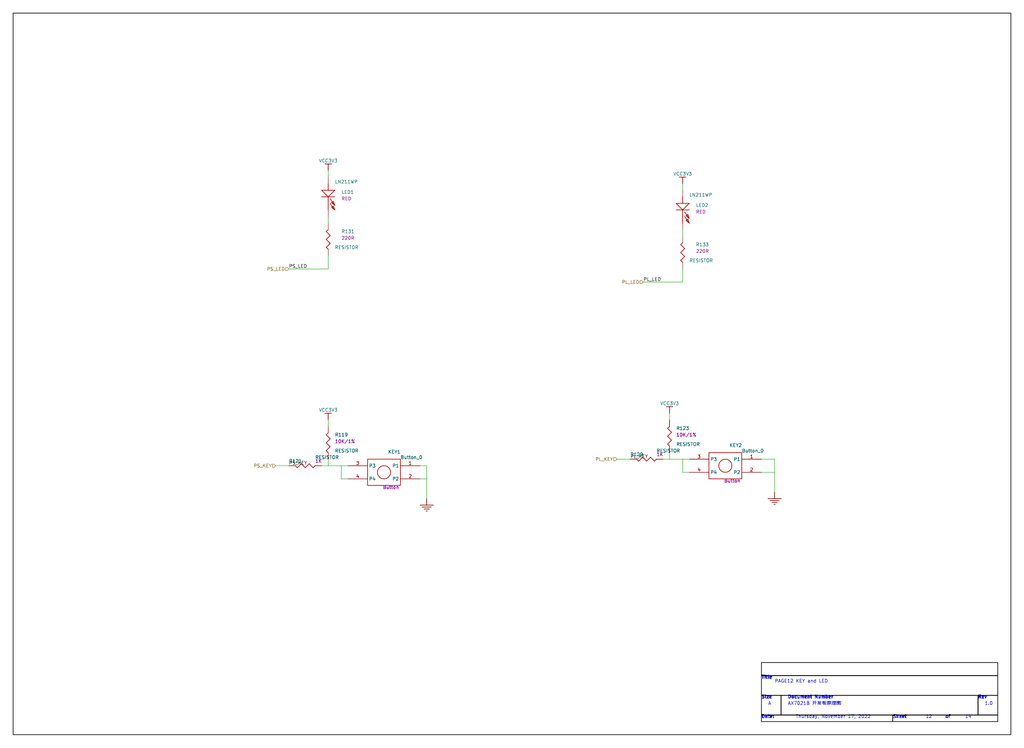
<source format=kicad_sch>
(kicad_sch (version 20231120) (generator "eeschema") (generator_version "8.0")
  (paper "User" 396.24 289.56)
  (title_block (title "PAGE12 KEY and LED"))
  (lib_symbols
    (symbol "getting sheets-altium-import:GND_POWER_GROUND" (power)
      (property "Reference" "#PWR" (at 0 0 0))
      (property "Value" "GND" (at 0 6.35 0))
      (symbol "GND_POWER_GROUND_0_0"
        (polyline (pts (xy -2.54 -2.54) (xy 2.54 -2.54)) (stroke (width 0.254)))
        (polyline (pts (xy -1.778 -3.302) (xy 1.778 -3.302)) (stroke (width 0.254)))
        (polyline (pts (xy -1.016 -4.064) (xy 1.016 -4.064)) (stroke (width 0.254)))
        (polyline (pts (xy -0.254 -4.826) (xy 0.254 -4.826)) (stroke (width 0.254)))
        (polyline (pts (xy 0 0) (xy 0 -2.54)) (stroke (width 0.254)))
        (pin power_in line (at 0 0 0) (length 0) hide (name "GND") (number ""))
      )
    )
    (symbol "getting sheets-altium-import:VCC3V3_BAR" (power)
      (property "Reference" "#PWR" (at 0 0 0))
      (property "Value" "VCC3V3" (at 0 3.81 0))
      (symbol "VCC3V3_BAR_0_0"
        (polyline (pts (xy -1.27 -2.54) (xy 1.27 -2.54)) (stroke (width 0.254)))
        (polyline (pts (xy 0 0) (xy 0 -2.54)) (stroke (width 0.254)))
        (pin power_in line (at 0 0 0) (length 0) hide (name "VCC3V3") (number ""))
      )
    )
    (symbol "getting sheets-altium-import:root_0_mirrored_Button_0"
      (symbol "root_0_mirrored_Button_0_1_0"
        (rectangle (start -12.7 0) (end 0 -10.16) (stroke (width 0.254) (color 160 0 0 1)))
        (circle (center -6.35 -5.08) (radius 2.54) (stroke (width 0.254) (color 160 0 0 1)))
        (pin passive line (at 7.62 -2.54 180) (length 7.62) (name "P1") (number "1"))
        (pin passive line (at 7.62 -7.62 180) (length 7.62) (name "P2") (number "2"))
        (pin passive line (at -20.32 -2.54 0) (length 7.62) (name "P3") (number "3"))
        (pin passive line (at -20.32 -7.62 0) (length 7.62) (name "P4") (number "4"))
      )
    )
    (symbol "getting sheets-altium-import:root_2_RESISTOR"
      (symbol "root_2_RESISTOR_1_0"
        (polyline (pts (xy -3.302 0.762) (xy -1.778 2.286)) (stroke (width 0.254) (color 160 0 0 1)))
        (polyline (pts (xy -3.302 3.81) (xy -1.778 5.334)) (stroke (width 0.254) (color 160 0 0 1)))
        (polyline (pts (xy -3.302 6.858) (xy -2.54 7.62)) (stroke (width 0.254) (color 160 0 0 1)))
        (polyline (pts (xy -2.54 0) (xy -3.302 0.762)) (stroke (width 0.254) (color 160 0 0 1)))
        (polyline (pts (xy -1.778 2.286) (xy -3.302 3.81)) (stroke (width 0.254) (color 160 0 0 1)))
        (polyline (pts (xy -1.778 5.334) (xy -3.302 6.858)) (stroke (width 0.254) (color 160 0 0 1)))
        (pin passive line (at -2.54 -2.54 90) (length 2.54) (name "1") (number "1"))
        (pin passive line (at -2.54 10.16 270) (length 2.54) (name "2") (number "2"))
      )
    )
    (symbol "getting sheets-altium-import:root_3_LN211WP"
      (symbol "root_3_LN211WP_1_0"
        (polyline (pts (xy -2.54 -5.08) (xy -2.54 -10.16)) (stroke (width 0.254) (color 160 0 0 1)))
        (polyline (pts (xy -2.54 0) (xy -2.54 -2.54)) (stroke (width 0.254) (color 160 0 0 1)))
        (polyline (pts (xy -0.254 -9.906) (xy -1.778 -7.62)) (stroke (width 0.254) (color 160 0 0 1)))
        (polyline (pts (xy -0.254 -8.128) (xy -1.778 -5.842)) (stroke (width 0.254) (color 160 0 0 1)))
        (polyline (pts (xy 0 -5.08) (xy -5.08 -5.08)) (stroke (width 0.254) (color 160 0 0 1)))
        (polyline (pts (xy 0 -10.16) (xy -1.27 -9.144) (xy -1.27 -9.144) (xy -1.27 -9.144) (xy -1.27 -9.144) (xy -0.508 -8.636) (xy -0.508 -8.636) (xy -0.508 -8.636) (xy -0.508 -8.636) (xy 0 -10.16)) (stroke (width 0.254) (color 160 0 0 1)))
        (polyline (pts (xy 0 -8.382) (xy -1.27 -7.366) (xy -1.27 -7.366) (xy -1.27 -7.366) (xy -1.27 -7.366) (xy -0.508 -6.858) (xy -0.508 -6.858) (xy -0.508 -6.858) (xy -0.508 -6.858) (xy 0 -8.382)) (stroke (width 0.254) (color 160 0 0 1)))
        (polyline (pts (xy 0 -2.54) (xy -5.08 -2.54) (xy -5.08 -2.54) (xy -5.08 -2.54) (xy -5.08 -2.54) (xy -2.54 -5.08) (xy -2.54 -5.08) (xy -2.54 -5.08) (xy -2.54 -5.08) (xy 0 -2.54)) (stroke (width 0.254) (color 160 0 0 1)))
        (pin passive line (at -2.54 2.54 270) (length 2.54) (name "ANODE") (number "1"))
        (pin passive line (at -2.54 -12.7 90) (length 2.54) (name "CATHODE") (number "2"))
      )
    )
    (symbol "getting sheets-altium-import:root_3_RESISTOR"
      (symbol "root_3_RESISTOR_1_0"
        (polyline (pts (xy -6.858 -3.302) (xy -7.62 -2.54)) (stroke (width 0.254) (color 160 0 0 1)))
        (polyline (pts (xy -5.334 -1.778) (xy -6.858 -3.302)) (stroke (width 0.254) (color 160 0 0 1)))
        (polyline (pts (xy -3.81 -3.302) (xy -5.334 -1.778)) (stroke (width 0.254) (color 160 0 0 1)))
        (polyline (pts (xy -2.286 -1.778) (xy -3.81 -3.302)) (stroke (width 0.254) (color 160 0 0 1)))
        (polyline (pts (xy -0.762 -3.302) (xy -2.286 -1.778)) (stroke (width 0.254) (color 160 0 0 1)))
        (polyline (pts (xy 0 -2.54) (xy -0.762 -3.302)) (stroke (width 0.254) (color 160 0 0 1)))
        (pin passive line (at 2.54 -2.54 180) (length 2.54) (name "1") (number "1"))
        (pin passive line (at -10.16 -2.54 0) (length 2.54) (name "2") (number "2"))
      )
    )
  )
  (wire (pts (xy 127 104.14) (xy 127 99.06)))
  (wire (pts (xy 264.16 91.44) (xy 264.16 88.9)))
  (wire (pts (xy 259.08 177.8) (xy 264.16 177.8)))
  (wire (pts (xy 132.08 180.34) (xy 134.62 180.34)))
  (wire (pts (xy 162.56 180.34) (xy 165.1 180.34)))
  (wire (pts (xy 127 165.1) (xy 127 162.56)))
  (wire (pts (xy 127 180.34) (xy 132.08 180.34)))
  (wire (pts (xy 299.72 182.88) (xy 294.64 182.88)))
  (wire (pts (xy 132.08 185.42) (xy 134.62 185.42)))
  (wire (pts (xy 264.16 73.66) (xy 264.16 71.12)))
  (wire (pts (xy 259.08 175.26) (xy 259.08 177.8)))
  (wire (pts (xy 248.92 109.22) (xy 264.16 109.22)))
  (wire (pts (xy 127 177.8) (xy 127 180.34)))
  (wire (pts (xy 243.84 177.8) (xy 238.76 177.8)))
  (wire (pts (xy 132.08 180.34) (xy 132.08 185.42)))
  (wire (pts (xy 299.72 177.8) (xy 299.72 182.88)))
  (wire (pts (xy 165.1 180.34) (xy 165.1 185.42)))
  (wire (pts (xy 127 86.36) (xy 127 83.82)))
  (wire (pts (xy 264.16 177.8) (xy 266.7 177.8)))
  (wire (pts (xy 259.08 162.56) (xy 259.08 160.02)))
  (wire (pts (xy 165.1 193.04) (xy 165.1 185.42)))
  (wire (pts (xy 264.16 177.8) (xy 264.16 182.88)))
  (wire (pts (xy 111.76 180.34) (xy 106.68 180.34)))
  (wire (pts (xy 299.72 182.88) (xy 299.72 190.5)))
  (wire (pts (xy 294.64 177.8) (xy 299.72 177.8)))
  (wire (pts (xy 264.16 109.22) (xy 264.16 104.14)))
  (wire (pts (xy 127 68.58) (xy 127 66.04)))
  (wire (pts (xy 111.76 104.14) (xy 127 104.14)))
  (wire (pts (xy 259.08 177.8) (xy 256.54 177.8)))
  (wire (pts (xy 264.16 182.88) (xy 266.7 182.88)))
  (wire (pts (xy 127 180.34) (xy 124.46 180.34)))
  (wire (pts (xy 165.1 185.42) (xy 162.56 185.42)))
  (rectangle (start 386.08 261.62) (end 294.64 269.24) (stroke (width 0.254) (color 0 0 0 1)))
  (rectangle (start 378.46 269.24) (end 302.26 276.86) (stroke (width 0.254) (color 0 0 0 1)))
  (rectangle (start 386.08 276.86) (end 345.44 279.4) (stroke (width 0.254) (color 0 0 0 1)))
  (rectangle (start 391.16 5.08) (end 5.08 284.48) (stroke (width 0.254) (color 0 0 0 1)))
  (rectangle (start 386.08 269.24) (end 378.46 276.86) (stroke (width 0.254) (color 0 0 0 1)))
  (rectangle (start 302.26 269.24) (end 294.64 276.86) (stroke (width 0.254) (color 0 0 0 1)))
  (rectangle (start 386.08 256.54) (end 294.64 261.62) (stroke (width 0.254) (color 0 0 0 1)))
  (rectangle (start 345.44 276.86) (end 294.64 279.4) (stroke (width 0.254) (color 0 0 0 1)))
  (text "Date:" (at 294.64 276.86 0) (effects (font (size 1.27 1.27)) (justify left top)))
  (text "Rev" (at 378.46 269.24 0) (effects (font (size 1.27 1.27)) (justify left top)))
  (text "of" (at 365.76 276.86 0) (effects (font (size 1.27 1.27)) (justify left top)))
  (text "Thursday, November 17, 2022" (at 307.848 276.86 0) (effects (font (size 1.27 1.27)) (justify left top)))
  (text "Sheet" (at 345.44 276.86 0) (effects (font (size 1.27 1.27)) (justify left top)))
  (text "of" (at 365.76 276.86 0) (effects (font (size 1.27 1.27)) (justify left top)))
  (text "Size" (at 294.64 269.24 0) (effects (font (size 1.27 1.27)) (justify left top)))
  (text "Rev" (at 378.46 269.24 0) (effects (font (size 1.27 1.27)) (justify left top)))
  (text "Sheet" (at 345.44 276.86 0) (effects (font (size 1.27 1.27)) (justify left top)))
  (text "Sheet" (at 345.44 276.86 0) (effects (font (size 1.27 1.27)) (justify left top)))
  (text "of" (at 365.76 276.86 0) (effects (font (size 1.27 1.27)) (justify left top)))
  (text "Title" (at 294.64 261.62 0) (effects (font (size 1.27 1.27)) (justify left top)))
  (text "Document Number" (at 304.8 269.24 0) (effects (font (size 1.27 1.27)) (justify left top)))
  (text "Document Number" (at 304.8 269.24 0) (effects (font (size 1.27 1.27)) (justify left top)))
  (text "of" (at 365.76 276.86 0) (effects (font (size 1.27 1.27)) (justify left top)))
  (text "Rev" (at 378.46 269.24 0) (effects (font (size 1.27 1.27)) (justify left top)))
  (text "Size" (at 294.64 269.24 0) (effects (font (size 1.27 1.27)) (justify left top)))
  (text "Document Number" (at 304.8 269.24 0) (effects (font (size 1.27 1.27)) (justify left top)))
  (text "Date:" (at 294.64 276.86 0) (effects (font (size 1.27 1.27)) (justify left top)))
  (text "Title" (at 294.64 261.62 0) (effects (font (size 1.27 1.27)) (justify left top)))
  (text "Document Number" (at 304.8 269.24 0) (effects (font (size 1.27 1.27)) (justify left top)))
  (text "Sheet" (at 345.44 276.86 0) (effects (font (size 1.27 1.27)) (justify left top)))
  (text "Title" (at 294.64 261.62 0) (effects (font (size 1.27 1.27)) (justify left top)))
  (text "Document Number" (at 304.8 269.24 0) (effects (font (size 1.27 1.27)) (justify left top)))
  (text "of" (at 365.76 276.86 0) (effects (font (size 1.27 1.27)) (justify left top)))
  (text "Document Number" (at 304.8 269.24 0) (effects (font (size 1.27 1.27)) (justify left top)))
  (text "Document Number" (at 304.8 269.24 0) (effects (font (size 1.27 1.27)) (justify left top)))
  (text "Document Number" (at 304.8 269.24 0) (effects (font (size 1.27 1.27)) (justify left top)))
  (text "Title" (at 294.64 261.62 0) (effects (font (size 1.27 1.27)) (justify left top)))
  (text "Rev" (at 378.46 269.24 0) (effects (font (size 1.27 1.27)) (justify left top)))
  (text "AX7021B 开发板原理图" (at 304.8 271.78 0) (effects (font (size 1.27 1.27)) (justify left top)))
  (text "Rev" (at 378.46 269.24 0) (effects (font (size 1.27 1.27)) (justify left top)))
  (text "Rev" (at 378.46 269.24 0) (effects (font (size 1.27 1.27)) (justify left top)))
  (text "Date:" (at 294.64 276.86 0) (effects (font (size 1.27 1.27)) (justify left top)))
  (text "Date:" (at 294.64 276.86 0) (effects (font (size 1.27 1.27)) (justify left top)))
  (text "Date:" (at 294.64 276.86 0) (effects (font (size 1.27 1.27)) (justify left top)))
  (text "Rev" (at 378.46 269.24 0) (effects (font (size 1.27 1.27)) (justify left top)))
  (text "Sheet" (at 345.44 276.86 0) (effects (font (size 1.27 1.27)) (justify left top)))
  (text "Title" (at 294.64 261.62 0) (effects (font (size 1.27 1.27)) (justify left top)))
  (text "Rev" (at 378.46 269.24 0) (effects (font (size 1.27 1.27)) (justify left top)))
  (text "Size" (at 294.64 269.24 0) (effects (font (size 1.27 1.27)) (justify left top)))
  (text "Sheet" (at 345.44 276.86 0) (effects (font (size 1.27 1.27)) (justify left top)))
  (text "of" (at 365.76 276.86 0) (effects (font (size 1.27 1.27)) (justify left top)))
  (text "Date:" (at 294.64 276.86 0) (effects (font (size 1.27 1.27)) (justify left top)))
  (text "Sheet" (at 345.44 276.86 0) (effects (font (size 1.27 1.27)) (justify left top)))
  (text "Title" (at 294.64 261.62 0) (effects (font (size 1.27 1.27)) (justify left top)))
  (text "Size" (at 294.64 269.24 0) (effects (font (size 1.27 1.27)) (justify left top)))
  (text "Document Number" (at 304.8 269.24 0) (effects (font (size 1.27 1.27)) (justify left top)))
  (text "Title" (at 294.64 261.62 0) (effects (font (size 1.27 1.27)) (justify left top)))
  (text "1.0" (at 381 271.78 0) (effects (font (size 1.27 1.27)) (justify left top)))
  (text "Size" (at 294.64 269.24 0) (effects (font (size 1.27 1.27)) (justify left top)))
  (text "of" (at 365.76 276.86 0) (effects (font (size 1.27 1.27)) (justify left top)))
  (text "of" (at 365.76 276.86 0) (effects (font (size 1.27 1.27)) (justify left top)))
  (text "of" (at 365.76 276.86 0) (effects (font (size 1.27 1.27)) (justify left top)))
  (text "Date:" (at 294.64 276.86 0) (effects (font (size 1.27 1.27)) (justify left top)))
  (text "Size" (at 294.64 269.24 0) (effects (font (size 1.27 1.27)) (justify left top)))
  (text "Size" (at 294.64 269.24 0) (effects (font (size 1.27 1.27)) (justify left top)))
  (text "Rev" (at 378.46 269.24 0) (effects (font (size 1.27 1.27)) (justify left top)))
  (text "Sheet" (at 345.44 276.86 0) (effects (font (size 1.27 1.27)) (justify left top)))
  (text "Sheet" (at 345.44 276.86 0) (effects (font (size 1.27 1.27)) (justify left top)))
  (text "of" (at 365.76 276.86 0) (effects (font (size 1.27 1.27)) (justify left top)))
  (text "Document Number" (at 304.8 269.24 0) (effects (font (size 1.27 1.27)) (justify left top)))
  (text "14" (at 373.38 276.86 0) (effects (font (size 1.27 1.27)) (justify left top)))
  (text "Date:" (at 294.64 276.86 0) (effects (font (size 1.27 1.27)) (justify left top)))
  (text "Title" (at 294.64 261.62 0) (effects (font (size 1.27 1.27)) (justify left top)))
  (text "Date:" (at 294.64 276.86 0) (effects (font (size 1.27 1.27)) (justify left top)))
  (text "Rev" (at 378.46 269.24 0) (effects (font (size 1.27 1.27)) (justify left top)))
  (text "Title" (at 294.64 261.62 0) (effects (font (size 1.27 1.27)) (justify left top)))
  (text "Sheet" (at 345.44 276.86 0) (effects (font (size 1.27 1.27)) (justify left top)))
  (text "Rev" (at 378.46 269.24 0) (effects (font (size 1.27 1.27)) (justify left top)))
  (text "Title" (at 294.64 261.62 0) (effects (font (size 1.27 1.27)) (justify left top)))
  (text "Title" (at 294.64 261.62 0) (effects (font (size 1.27 1.27)) (justify left top)))
  (text "Size" (at 294.64 269.24 0) (effects (font (size 1.27 1.27)) (justify left top)))
  (text "Size" (at 294.64 269.24 0) (effects (font (size 1.27 1.27)) (justify left top)))
  (text "Title" (at 294.64 261.62 0) (effects (font (size 1.27 1.27)) (justify left top)))
  (text "Document Number" (at 304.8 269.24 0) (effects (font (size 1.27 1.27)) (justify left top)))
  (text "Date:" (at 294.64 276.86 0) (effects (font (size 1.27 1.27)) (justify left top)))
  (text "Date:" (at 294.64 276.86 0) (effects (font (size 1.27 1.27)) (justify left top)))
  (text "Size" (at 294.64 269.24 0) (effects (font (size 1.27 1.27)) (justify left top)))
  (text "of" (at 365.76 276.86 0) (effects (font (size 1.27 1.27)) (justify left top)))
  (text "12" (at 358.14 276.86 0) (effects (font (size 1.27 1.27)) (justify left top)))
  (text "Size" (at 294.64 269.24 0) (effects (font (size 1.27 1.27)) (justify left top)))
  (text "Size" (at 294.64 269.24 0) (effects (font (size 1.27 1.27)) (justify left top)))
  (text "Sheet" (at 345.44 276.86 0) (effects (font (size 1.27 1.27)) (justify left top)))
  (text "Document Number" (at 304.8 269.24 0) (effects (font (size 1.27 1.27)) (justify left top)))
  (text "Rev" (at 378.46 269.24 0) (effects (font (size 1.27 1.27)) (justify left top)))
  (text "PAGE12 KEY and LED" (at 299.72 263.144 0) (effects (font (size 1.27 1.27)) (justify left top)))
  (text "of" (at 365.76 276.86 0) (effects (font (size 1.27 1.27)) (justify left top)))
  (text "A" (at 297.18 271.78 0) (effects (font (size 1.27 1.27)) (justify left top)))
  (text "Sheet" (at 345.44 276.86 0) (effects (font (size 1.27 1.27)) (justify left top)))
  (text "Date:" (at 294.64 276.86 0) (effects (font (size 1.27 1.27)) (justify left top)))
  (label "PL_LED" (at 248.92 109.22 0))
  (label "PS_KEY" (at 111.76 180.34 0))
  (label "PS_LED" (at 111.76 104.14 0))
  (label "PL_KEY" (at 243.84 177.8 0))
  (hierarchical_label "PL_LED" (shape input) (at 248.92 109.22 180))
  (hierarchical_label "PS_LED" (shape input) (at 111.76 104.14 180))
  (hierarchical_label "PS_KEY" (shape input) (at 106.68 180.34 180))
  (hierarchical_label "PL_KEY" (shape input) (at 238.76 177.8 180))
  (symbol (lib_id "getting sheets-altium-import:root_2_RESISTOR") (at 261.62 172.72 0) (unit 1)
    (property "Reference" "R123" (at 261.62 165.1 0) (effects (justify left top)))
    (property "Value" "RESISTOR" (at 261.62 172.72 0) (effects (justify left bottom)))
    (property "SYMBOL" "RESISTOR" (effects (hide yes)))
    (property "DEVICE" "RESISTOR" (effects (hide yes)))
    (property "PCB FOOTPRINT" "R0402" (effects (hide yes)))
    (property "SOURCE PACKAGE" "RESISTOR" (effects (hide yes)))
    (property "PRIMITIVE" "DEFAULT" (effects (hide yes)))
    (property "VA" "电阻" (effects (hide yes)))
    (property "ALTIUM_VALUE" "10K/1%" (at 261.62 167.64 0) (effects (justify left top)))
    (property "IMPLEMENTATION TYPE" "<none>" (effects (hide yes)))
    (property "POWER PINS VISIBLE" "False" (effects (hide yes)))
    (property "ADD INTO BOM" "yes" (effects (hide yes)))
    (property "CONVERT TO PCB" "yes" (effects (hide yes)))
    (property "ORIGIN FOOTPRINT" "R0402" (effects (hide yes)))
  )
  (symbol (lib_id "getting sheets-altium-import:VCC3V3_BAR") (at 127 162.56 180) (unit 1)
    (property "Reference" "#PWR?" (effects (hide yes)))
    (property "Value" "VCC3V3" (at 127 158.75 0))
  )
  (symbol (lib_id "getting sheets-altium-import:VCC3V3_BAR") (at 127 66.04 180) (unit 1)
    (property "Reference" "#PWR?" (effects (hide yes)))
    (property "Value" "VCC3V3" (at 127 62.23 0))
  )
  (symbol (lib_id "getting sheets-altium-import:GND_POWER_GROUND") (at 165.1 193.04 0) (unit 1)
    (property "Reference" "#PWR?" (effects (hide yes)))
    (property "Value" "GND" (effects (hide yes)))
  )
  (symbol (lib_id "getting sheets-altium-import:VCC3V3_BAR") (at 259.08 160.02 180) (unit 1)
    (property "Reference" "#PWR?" (effects (hide yes)))
    (property "Value" "VCC3V3" (at 259.08 156.21 0))
  )
  (symbol (lib_id "getting sheets-altium-import:root_0_mirrored_Button_0") (at 287.02 175.26 0) (unit 1)
    (property "Reference" "KEY2" (at 282.194 171.704 0) (effects (justify left top)))
    (property "Value" "Button_0" (at 287.02 175.26 0) (effects (justify left bottom)))
    (property "SYMBOL" "Button_0" (effects (hide yes)))
    (property "DEVICE" "Button_0" (effects (hide yes)))
    (property "PCB FOOTPRINT" "KEY_4x4x1_5" (effects (hide yes)))
    (property "SOURCE PACKAGE" "Button_0" (effects (hide yes)))
    (property "PRIMITIVE" "DEFAULT" (effects (hide yes)))
    (property "VA" "4脚按键" (effects (hide yes)))
    (property "ALTIUM_VALUE" "Button" (at 280.162 185.42 0) (effects (justify left top)))
    (property "IMPLEMENTATION TYPE" "<none>" (effects (hide yes)))
    (property "POWER PINS VISIBLE" "False" (effects (hide yes)))
    (property "ADD INTO BOM" "yes" (effects (hide yes)))
    (property "CONVERT TO PCB" "yes" (effects (hide yes)))
    (property "ORIGIN FOOTPRINT" "KEY_4x4x1_5" (effects (hide yes)))
  )
  (symbol (lib_id "getting sheets-altium-import:root_2_RESISTOR") (at 266.7 101.6 0) (unit 1)
    (property "Reference" "R133" (at 269.24 93.98 0) (effects (justify left top)))
    (property "Value" "RESISTOR" (at 266.7 101.6 0) (effects (justify left bottom)))
    (property "SYMBOL" "RESISTOR" (effects (hide yes)))
    (property "DEVICE" "RESISTOR" (effects (hide yes)))
    (property "PCB FOOTPRINT" "R0402" (effects (hide yes)))
    (property "SOURCE PACKAGE" "RESISTOR" (effects (hide yes)))
    (property "PRIMITIVE" "DEFAULT" (effects (hide yes)))
    (property "VA" "电阻" (effects (hide yes)))
    (property "ALTIUM_VALUE" "220R" (at 269.24 96.52 0) (effects (justify left top)))
    (property "IMPLEMENTATION TYPE" "<none>" (effects (hide yes)))
    (property "POWER PINS VISIBLE" "False" (effects (hide yes)))
    (property "ADD INTO BOM" "yes" (effects (hide yes)))
    (property "CONVERT TO PCB" "yes" (effects (hide yes)))
    (property "ORIGIN FOOTPRINT" "R0402" (effects (hide yes)))
  )
  (symbol (lib_id "getting sheets-altium-import:root_3_LN211WP") (at 266.7 76.2 0) (unit 1)
    (property "Reference" "LED2" (at 269.24 78.74 0) (effects (justify left top)))
    (property "Value" "LN211WP" (at 266.7 76.2 0) (effects (justify left bottom)))
    (property "SYMBOL" "LN211WP" (effects (hide yes)))
    (property "DEVICE" "LN211WP" (effects (hide yes)))
    (property "PCB FOOTPRINT" "LED0805" (effects (hide yes)))
    (property "SOURCE PACKAGE" "LN211WP" (effects (hide yes)))
    (property "PRIMITIVE" "DEFAULT" (effects (hide yes)))
    (property "VA" "红色LED灯" (effects (hide yes)))
    (property "ALTIUM_VALUE" "RED" (at 269.24 81.28 0) (effects (justify left top)))
    (property "IMPLEMENTATION TYPE" "<none>" (effects (hide yes)))
    (property "POWER PINS VISIBLE" "False" (effects (hide yes)))
    (property "ADD INTO BOM" "yes" (effects (hide yes)))
    (property "CONVERT TO PCB" "yes" (effects (hide yes)))
    (property "ORIGIN FOOTPRINT" "LED0805" (effects (hide yes)))
  )
  (symbol (lib_id "getting sheets-altium-import:VCC3V3_BAR") (at 264.16 71.12 180) (unit 1)
    (property "Reference" "#PWR?" (effects (hide yes)))
    (property "Value" "VCC3V3" (at 264.16 67.31 0))
  )
  (symbol (lib_id "getting sheets-altium-import:root_3_LN211WP") (at 129.54 71.12 0) (unit 1)
    (property "Reference" "LED1" (at 132.08 73.66 0) (effects (justify left top)))
    (property "Value" "LN211WP" (at 129.54 71.12 0) (effects (justify left bottom)))
    (property "SYMBOL" "LN211WP" (effects (hide yes)))
    (property "DEVICE" "LN211WP" (effects (hide yes)))
    (property "PCB FOOTPRINT" "LED0805" (effects (hide yes)))
    (property "SOURCE PACKAGE" "LN211WP" (effects (hide yes)))
    (property "PRIMITIVE" "DEFAULT" (effects (hide yes)))
    (property "VA" "红色LED灯" (effects (hide yes)))
    (property "ALTIUM_VALUE" "RED" (at 132.08 76.2 0) (effects (justify left top)))
    (property "IMPLEMENTATION TYPE" "<none>" (effects (hide yes)))
    (property "POWER PINS VISIBLE" "False" (effects (hide yes)))
    (property "ADD INTO BOM" "yes" (effects (hide yes)))
    (property "CONVERT TO PCB" "yes" (effects (hide yes)))
    (property "ORIGIN FOOTPRINT" "LED0805" (effects (hide yes)))
  )
  (symbol (lib_id "getting sheets-altium-import:root_0_mirrored_Button_0") (at 154.94 177.8 0) (unit 1)
    (property "Reference" "KEY1" (at 150.114 174.244 0) (effects (justify left top)))
    (property "Value" "Button_0" (at 154.94 177.8 0) (effects (justify left bottom)))
    (property "SYMBOL" "Button_0" (effects (hide yes)))
    (property "DEVICE" "Button_0" (effects (hide yes)))
    (property "PCB FOOTPRINT" "KEY_4x4x1_5" (effects (hide yes)))
    (property "SOURCE PACKAGE" "Button_0" (effects (hide yes)))
    (property "PRIMITIVE" "DEFAULT" (effects (hide yes)))
    (property "VA" "4脚按键" (effects (hide yes)))
    (property "ALTIUM_VALUE" "Button" (at 148.082 187.96 0) (effects (justify left top)))
    (property "IMPLEMENTATION TYPE" "<none>" (effects (hide yes)))
    (property "POWER PINS VISIBLE" "False" (effects (hide yes)))
    (property "ADD INTO BOM" "yes" (effects (hide yes)))
    (property "CONVERT TO PCB" "yes" (effects (hide yes)))
    (property "ORIGIN FOOTPRINT" "KEY_4x4x1_5" (effects (hide yes)))
  )
  (symbol (lib_id "getting sheets-altium-import:root_3_RESISTOR") (at 254 175.26 0) (unit 1)
    (property "Reference" "R129" (at 243.84 175.26 0) (effects (justify left top)))
    (property "Value" "RESISTOR" (at 254 175.26 0) (effects (justify left bottom)))
    (property "SYMBOL" "RESISTOR" (effects (hide yes)))
    (property "DEVICE" "RESISTOR" (effects (hide yes)))
    (property "PCB FOOTPRINT" "R0402" (effects (hide yes)))
    (property "SOURCE PACKAGE" "RESISTOR" (effects (hide yes)))
    (property "PRIMITIVE" "DEFAULT" (effects (hide yes)))
    (property "VA" "电阻" (effects (hide yes)))
    (property "ALTIUM_VALUE" "1K" (at 254 175.26 0) (effects (justify left top)))
    (property "IMPLEMENTATION TYPE" "<none>" (effects (hide yes)))
    (property "POWER PINS VISIBLE" "False" (effects (hide yes)))
    (property "ADD INTO BOM" "yes" (effects (hide yes)))
    (property "CONVERT TO PCB" "yes" (effects (hide yes)))
    (property "ORIGIN FOOTPRINT" "R0402" (effects (hide yes)))
  )
  (symbol (lib_id "getting sheets-altium-import:GND_POWER_GROUND") (at 299.72 190.5 0) (unit 1)
    (property "Reference" "#PWR?" (effects (hide yes)))
    (property "Value" "GND" (effects (hide yes)))
  )
  (symbol (lib_id "getting sheets-altium-import:root_2_RESISTOR") (at 129.54 96.52 0) (unit 1)
    (property "Reference" "R131" (at 132.08 88.9 0) (effects (justify left top)))
    (property "Value" "RESISTOR" (at 129.54 96.52 0) (effects (justify left bottom)))
    (property "SYMBOL" "RESISTOR" (effects (hide yes)))
    (property "DEVICE" "RESISTOR" (effects (hide yes)))
    (property "PCB FOOTPRINT" "R0402" (effects (hide yes)))
    (property "SOURCE PACKAGE" "RESISTOR" (effects (hide yes)))
    (property "PRIMITIVE" "DEFAULT" (effects (hide yes)))
    (property "VA" "电阻" (effects (hide yes)))
    (property "ALTIUM_VALUE" "220R" (at 132.08 91.44 0) (effects (justify left top)))
    (property "IMPLEMENTATION TYPE" "<none>" (effects (hide yes)))
    (property "POWER PINS VISIBLE" "False" (effects (hide yes)))
    (property "ADD INTO BOM" "yes" (effects (hide yes)))
    (property "CONVERT TO PCB" "yes" (effects (hide yes)))
    (property "ORIGIN FOOTPRINT" "R0402" (effects (hide yes)))
  )
  (symbol (lib_id "getting sheets-altium-import:root_2_RESISTOR") (at 129.54 175.26 0) (unit 1)
    (property "Reference" "R119" (at 129.54 167.64 0) (effects (justify left top)))
    (property "Value" "RESISTOR" (at 129.54 175.26 0) (effects (justify left bottom)))
    (property "SYMBOL" "RESISTOR" (effects (hide yes)))
    (property "DEVICE" "RESISTOR" (effects (hide yes)))
    (property "PCB FOOTPRINT" "R0402" (effects (hide yes)))
    (property "SOURCE PACKAGE" "RESISTOR" (effects (hide yes)))
    (property "PRIMITIVE" "DEFAULT" (effects (hide yes)))
    (property "VA" "电阻" (effects (hide yes)))
    (property "ALTIUM_VALUE" "10K/1%" (at 129.54 170.18 0) (effects (justify left top)))
    (property "IMPLEMENTATION TYPE" "<none>" (effects (hide yes)))
    (property "POWER PINS VISIBLE" "False" (effects (hide yes)))
    (property "ADD INTO BOM" "yes" (effects (hide yes)))
    (property "CONVERT TO PCB" "yes" (effects (hide yes)))
    (property "ORIGIN FOOTPRINT" "R0402" (effects (hide yes)))
  )
  (symbol (lib_id "getting sheets-altium-import:root_3_RESISTOR") (at 121.92 177.8 0) (unit 1)
    (property "Reference" "R121" (at 111.76 177.8 0) (effects (justify left top)))
    (property "Value" "RESISTOR" (at 121.92 177.8 0) (effects (justify left bottom)))
    (property "SYMBOL" "RESISTOR" (effects (hide yes)))
    (property "DEVICE" "RESISTOR" (effects (hide yes)))
    (property "PCB FOOTPRINT" "R0402" (effects (hide yes)))
    (property "SOURCE PACKAGE" "RESISTOR" (effects (hide yes)))
    (property "PRIMITIVE" "DEFAULT" (effects (hide yes)))
    (property "VA" "电阻" (effects (hide yes)))
    (property "ALTIUM_VALUE" "1K" (at 121.92 177.8 0) (effects (justify left top)))
    (property "IMPLEMENTATION TYPE" "<none>" (effects (hide yes)))
    (property "POWER PINS VISIBLE" "False" (effects (hide yes)))
    (property "ADD INTO BOM" "yes" (effects (hide yes)))
    (property "CONVERT TO PCB" "yes" (effects (hide yes)))
    (property "ORIGIN FOOTPRINT" "R0402" (effects (hide yes)))
  )
)
</source>
